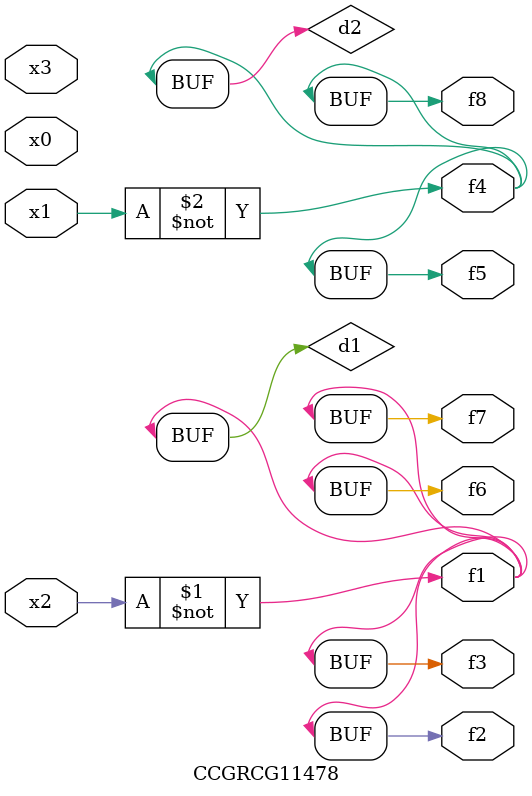
<source format=v>
module CCGRCG11478(
	input x0, x1, x2, x3,
	output f1, f2, f3, f4, f5, f6, f7, f8
);

	wire d1, d2;

	xnor (d1, x2);
	not (d2, x1);
	assign f1 = d1;
	assign f2 = d1;
	assign f3 = d1;
	assign f4 = d2;
	assign f5 = d2;
	assign f6 = d1;
	assign f7 = d1;
	assign f8 = d2;
endmodule

</source>
